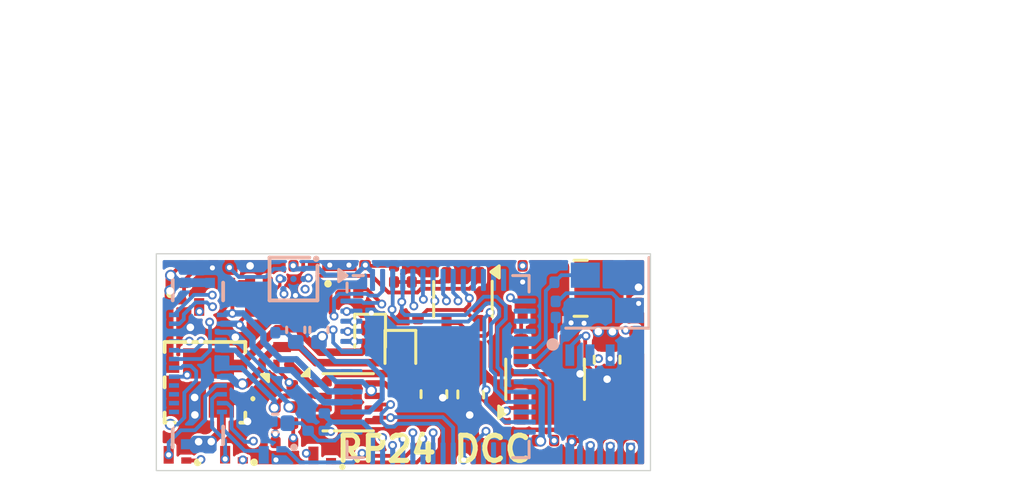
<source format=kicad_pcb>
(kicad_pcb (version 20240108) (generator "pcbnew") (generator_version "8.0")
  (layers (0 "F.Cu" signal) (1 "In1.Cu" power) (2 "In2.Cu" power) (31 "B.Cu" signal) (34 "B.Paste" user) (35 "F.Paste" user) (36 "B.SilkS" user "B.Silkscreen") (37 "F.SilkS" user "F.Silkscreen") (38 "B.Mask" user) (39 "F.Mask" user) (44 "Edge.Cuts" user))
  (net 0 "")
  (net 1 "GND")
  (net 2 "Net-(U3-XIN)")
  (net 3 "+3.3V")
  (net 4 "VDC")
  (net 5 "+1V1")
  (net 6 "/TRACK_RIGHT")
  (net 7 "/TRACK_LEFT")
  (net 8 "/AUX3")
  (net 9 "/AUX6 (VDC)")
  (net 10 "/AUX8 (VDC)")
  (net 11 "/AUX4")
  (net 12 "/MOTOR_A")
  (net 13 "/LAMP_FRONT")
  (net 14 "/AUX1 (VDC)")
  (net 15 "/LAMP_REAR")
  (net 16 "/AUX7 (VDC)")
  (net 17 "/MOTOR_B")
  (net 18 "/AUX5 (VDC)")
  (net 19 "/AUX2 (VDC)")
  (net 20 "/GPIO21")
  (net 21 "Net-(Q1-G)")
  (net 22 "/GPIO24")
  (net 23 "/GPIO25")
  (net 24 "/GPIO26")
  (net 25 "/GPIO27")
  (net 26 "Net-(U3-XOUT)")
  (net 27 "Net-(U3-GPIO12)")
  (net 28 "/ADC_EMF_A")
  (net 29 "/ADC_EMF_B")
  (net 31 "/GPIO22")
  (net 38 "/GPIO23")
  (net 43 "/SWITCH")
  (net 44 "/CAP_VDC")
  (net 45 "Net-(U1-DO(IO1))")
  (net 46 "Net-(U1-IO2)")
  (net 47 "Net-(U1-IO3)")
  (net 48 "/BOOT")
  (net 49 "/AUX10")
  (net 50 "/AUX11")
  (net 51 "/AUX12")
  (net 52 "Net-(C3-Pad1)")
  (net 53 "Net-(D2-A)")
  (net 54 "/SPEAKER_P")
  (net 55 "Net-(U3-ADC_AVDD)")
  (net 56 "/CAP+")
  (net 57 "/SPEAKER_N")
  (net 58 "/I2S_DIN")
  (net 59 "/I2S_BCLK")
  (net 60 "/I2S_LRCLK")
  (net 62 "Net-(U5-OUTN)")
  (net 63 "Net-(U5-OUTP)")
  (net 65 "/CAP_ENABLE")
  (net 66 "/COMP_P")
  (net 67 "/COMP_N")
  (net 68 "Net-(U1-CLK)")
  (net 69 "Net-(U1-DI(IO0))")
  (net 70 "Net-(U2-BST)")
  (footprint "Local Library:Diodes_DFN1006-3" (layer "F.Cu") (at 101.3 101.91)
    (property "Reference" "Q1" (hide yes))
    (property "Value" "TPM2008" (hide yes))
  )
  (footprint "Capacitor_SMD:C_0201_0603Metric" (layer "F.Cu") (at 107.91 100.25 180)
    (property "Reference" "C16" (hide yes))
    (property "Value" "100nF" (hide yes))
  )
  (footprint "Resistor_SMD:R_0201_0603Metric" (layer "F.Cu") (at 109.38 100.6 -90)
    (property "Reference" "R16" (hide yes))
    (property "Value" "20K" (hide yes))
  )
  (footprint "Local Library:Diodes_DFN1006-3" (layer "F.Cu") (at 100.79 107.775 180)
    (property "Reference" "Q3" (hide yes))
    (property "Value" "TPM2008" (hide yes))
  )
  (footprint "Resistor_SMD:R_0201_0603Metric" (layer "F.Cu") (at 105.67 102.34 90)
    (property "Reference" "R3" (hide yes))
    (property "Value" "100K" (hide yes))
  )
  (footprint "Resistor_SMD:R_0201_0603Metric" (layer "F.Cu") (at 106.51 100.25)
    (property "Reference" "R4" (hide yes))
    (property "Value" "33K" (hide yes))
  )
  (footprint "Resistor_SMD:R_0201_0603Metric" (layer "F.Cu") (at 101.34 100.26 180)
    (property "Reference" "R1" (hide yes))
    (property "Value" "6.8K" (hide yes))
  )
  (footprint "Inductor_SMD:L_0402_1005Metric" (layer "F.Cu") (at 104.25 101.98)
    (property "Reference" "FB2" (hide yes))
    (property "Value" "FB_N" (hide yes))
  )
  (footprint "Resistor_SMD:R_0201_0603Metric" (layer "F.Cu") (at 104.68 106.2 90)
    (property "Reference" "R11" (hide yes))
    (property "Value" "6.8K" (hide yes))
  )
  (footprint "Resistor_SMD:R_0201_0603Metric" (layer "F.Cu") (at 110.08 100.6 90)
    (property "Reference" "R17" (hide yes))
    (property "Value" "33K" (hide yes))
  )
  (footprint "LED_SMD:LED_0402_1005Metric" (layer "F.Cu") (at 118.77 106.41 90)
    (property "Reference" "D2" (hide yes))
    (property "Value" "Blue LED" (hide yes))
  )
  (footprint "Capacitor_SMD:C_0201_0603Metric" (layer "F.Cu") (at 119.08 101.45 90)
    (property "Reference" "C3" (hide yes))
    (property "Value" "10pF" (hide yes))
  )
  (footprint "Resistor_SMD:R_0201_0603Metric" (layer "F.Cu") (at 105.38 106.2 90)
    (property "Reference" "R13" (hide yes))
    (property "Value" "6.8K" (hide yes))
  )
  (footprint "Resistor_SMD:R_0201_0603Metric" (layer "F.Cu") (at 105.38 107.6 90)
    (property "Reference" "R14" (hide yes))
    (property "Value" "1K" (hide yes))
  )
  (footprint "Resistor_SMD:R_0201_0603Metric" (layer "F.Cu") (at 118.91 103.22 90)
    (property "Reference" "R9" (hide yes))
    (property "Value" "1K" (hide yes))
  )
  (footprint "Capacitor_SMD:C_0603_1608Metric" (layer "F.Cu") (at 110.96 105.37 -90)
    (property "Reference" "C18" (hide yes))
    (property "Value" "10uF" (hide yes))
  )
  (footprint "Capacitor_SMD:C_0201_0603Metric" (layer "F.Cu") (at 109.77 106.02 -90)
    (property "Reference" "C19" (hide yes))
    (property "Value" "100nF" (hide yes))
  )
  (footprint "Capacitor_SMD:C_0201_0603Metric" (layer "F.Cu") (at 104.37 100.6 90)
    (property "Reference" "C20" (hide yes))
    (property "Value" "220pF" (hide yes))
  )
  (footprint "Package_DFN_QFN:DFN-8-1EP_2x2mm_P0.5mm_EP0.9x1.6mm" (layer "F.Cu") (at 107.56 105.69)
    (property "Reference" "U4" (hide yes))
    (property "Value" "MD9927" (hide yes))
  )
  (footprint "Capacitor_SMD:C_0201_0603Metric" (layer "F.Cu") (at 116.43 107.53 -90)
    (property "Reference" "C2" (hide yes))
    (property "Value" "100nF" (hide yes))
  )
  (footprint "Resistor_SMD:R_0201_0603Metric" (layer "F.Cu") (at 104.68 107.6 90)
    (property "Reference" "R12" (hide yes))
    (property "Value" "1K" (hide yes))
  )
  (footprint "Diode_SMD:D_SOD-882" (layer "F.Cu") (at 108.43 103.01 -90)
    (property "Reference" "D4" (hide yes))
    (property "Value" "PSBD2FD40V1H" (hide yes))
  )
  (footprint "Capacitor_SMD:C_0603_1608Metric" (layer "F.Cu") (at 112.42 105.38 -90)
    (property "Reference" "C4" (hide yes))
    (property "Value" "10uF" (hide yes))
  )
  (footprint "Capacitor_SMD:C_0201_0603Metric" (layer "F.Cu") (at 105.39 100.6 -90)
    (property "Reference" "C21" (hide yes))
    (property "Value" "100nF" (hide yes))
  )
  (footprint "Local Library:Diodes_DFN1006-3" (layer "F.Cu") (at 104.94 103.85 90)
    (property "Reference" "Q7" (hide yes))
    (property "Value" "TPM2008" (hide yes))
  )
  (footprint "Capacitor_SMD:C_0201_0603Metric" (layer "F.Cu") (at 115.03 107.53 -90)
    (property "Reference" "C7" (hide yes))
    (property "Value" "100nF" (hide yes))
  )
  (footprint "Package_TO_SOT_SMD:SOT-353_SC-70-5" (layer "F.Cu") (at 112.11 101.6 -90)
    (property "Reference" "U6" (hide yes))
    (property "Value" "LMV331" (hide yes))
  )
  (footprint "Local Library:Diodes_DFN1006-3" (layer "F.Cu") (at 107.61 101.21)
    (property "Reference" "Q4" (hide yes))
    (property "Value" "TPM2008" (hide yes))
  )
  (footprint "Capacitor_SMD:C_0201_0603Metric" (layer "F.Cu") (at 115.73 107.53 -90)
    (property "Reference" "C13" (hide yes))
    (property "Value" "100nF" (hide yes))
  )
  (footprint "Local Library:Diodes_DFN1006-3" (layer "F.Cu") (at 103.03 107.77 180)
    (property "Reference" "Q6" (hide yes))
    (property "Value" "TPM2008" (hide yes))
  )
  (footprint "Local Library:NSR1030QMU" (layer "F.Cu") (at 101.88 104.9 90)
    (property "Reference" "D1" (hide yes))
    (property "Value" "NSR1030QMU" (hide yes))
  )
  (footprint "Package_TO_SOT_SMD:TSOT-23-6" (layer "F.Cu") (at 115.37 104.78 90)
    (property "Reference" "U2" (hide yes))
    (property "Value" "AP63203WU" (hide yes))
  )
  (footprint "Capacitor_SMD:C_0201_0603Metric" (layer "F.Cu") (at 114.48 100.6 -90)
    (property "Reference" "C17" (hide yes))
    (property "Value" "100nF" (hide yes))
  )
  (footprint "Capacitor_SMD:C_0201_0603Metric" (layer "F.Cu") (at 105.020114 105.011246 180)
    (property "Reference" "C15" (hide yes))
    (property "Value" "10pF" (hide yes))
  )
  (footprint "Resistor_SMD:R_0201_0603Metric" (layer "F.Cu") (at 101.37 100.96 180)
    (property "Reference" "R2" (hide yes))
    (property "Value" "6.8K" (hide yes))
  )
  (footprint "Inductor_SMD:L_1008_2520Metric" (layer "F.Cu") (at 116.78 101.17)
    (property "Reference" "L1" (hide yes))
    (property "Value" "4.7uH" (hide yes))
  )
  (footprint "Capacitor_SMD:C_0201_0603Metric" (layer "F.Cu") (at 103.67 100.6 90)
    (property "Reference" "C22" (hide yes))
    (property "Value" "220pF" (hide yes))
  )
  (footprint "Capacitor_SMD:C_0201_0603Metric" (layer "F.Cu") (at 114.48 102 90)
    (property "Reference" "C6" (hide yes))
    (property "Value" "100nF" (hide yes))
  )
  (footprint "Resistor_SMD:R_0201_0603Metric" (layer "F.Cu") (at 117.43 106.19 -90)
    (property "Reference" "R15" (hide yes))
    (property "Value" "1K" (hide yes))
  )
  (footprint "Inductor_SMD:L_0402_1005Metric" (layer "F.Cu") (at 102.85 100.83 90)
    (property "Reference" "FB1" (hide yes))
    (property "Value" "FB_P" (hide yes))
  )
  (footprint "Diode_SMD:D_SOD-882" (layer "F.Cu") (at 109.63 103.65 -90)
    (property "Reference" "D3" (hide yes))
    (property "Value" "PSBD2FD40V1H" (hide yes))
  )
  (footprint "Local Library:Diodes_DFN1006-3" (layer "F.Cu") (at 106.53 107.8 180)
    (property "Reference" "Q2" (hide yes))
    (property "Value" "TPM2008" (hide yes))
  )
  (footprint "Capacitor_SMD:C_0603_1608Metric" (layer "F.Cu") (at 117.83 104 -90)
    (property "Reference" "C9" (hide yes))
    (property "Value" "22uF" (hide yes))
  )
  (footprint "Capacitor_SMD:C_0201_0603Metric" (layer "F.Cu") (at 110.009189 102.398771)
    (property "Reference" "C5" (hide yes))
    (property "Value" "100nF" (hide yes))
  )
  (footprint "Resistor_SMD:R_0201_0603Metric" (layer "B.Cu") (at 106.29 106.82 180)
    (property "Reference" "R10" (hide yes))
    (property "Value" "200R" (hide yes))
  )
  (footprint "Capacitor_SMD:C_0402_1005Metric" (layer "B.Cu") (at 104.67 106.52 180)
    (property "Reference" "C14" (hide yes))
    (property "Value" "10uF" (hide yes))
  )
  (footprint "Capacitor_SMD:C_0201_0603Metric" (layer "B.Cu") (at 106.296526 106.128507 180)
    (property "Reference" "C11" (hide yes))
    (property "Value" "100nF" (hide yes))
  )
  (footprint "Capacitor_SMD:C_0201_0603Metric" (layer "B.Cu") (at 115.74 100.61 90)
    (property "Reference" "C1" (hide yes))
    (property "Value" "10pF" (hide yes))
  )
  (footprint "Package_BGA:Maxim_WLP-9_1.595x1.415_Layout3x3_P0.4mm_Ball0.27mm_Pad0.25mm_NSMD" (layer "B.Cu") (at 105.39 100.8 180)
    (property "Reference" "U5" (hide yes))
    (property "Value" "MAX98357A" (hide yes))
  )
  (footprint "Package_DFN_QFN:QFN-56-1EP_7x7mm_P0.4mm_EP3.2x3.2mm" (layer "B.Cu") (at 111.125 104.275 -90)
    (property "Reference" "U3" (hide yes))
    (property "Value" "RP2040" (hide yes))
  )
  (footprint "Capacitor_SMD:C_0402_1005Metric" (layer "B.Cu") (at 106.4 102.82 90)
    (property "Reference" "C8" (hide yes))
    (property "Value" "10uF" (hide yes))
  )
  (footprint "Crystal:Crystal_SMD_2520-4Pin_2.5x2.0mm" (layer "B.Cu") (at 117.84 101.35 180)
    (property "Reference" "Y1" (hide yes))
    (property "Value" "X252012MMB4SI" (hide yes))
  )
  (footprint "Local Library:Diodes_DFN1006-3" (layer "B.Cu") (at 104.56 107.78 180)
    (property "Reference" "Q5" (hide yes))
    (property "Value" "TPM2008" (hide yes))
  )
  (footprint "Local Library:5050662422" (layer "B.Cu") (at 101.6 104.15 -90)
    (property "Reference" "J4" (hide yes))
    (property "Value" "5052702412" (hide yes))
  )
  (footprint "Local Library:W25Q64JVXGIQ" (layer "B.Cu") (at 117.55 105.77 -90)
    (property "Reference" "U1" (hide yes))
    (property "Value" "W25Q64JVXGIQ" (hide yes))
  )
  (footprint "Resistor_SMD:R_0201_0603Metric" (layer "B.Cu") (at 115.79 102.01 90)
    (property "Reference" "R6" (hide yes))
    (property "Value" "1K" (hide yes))
  )
  (footprint "Capacitor_SMD:C_0201_0603Metric" (layer "B.Cu") (at 104.67 102.61 90)
    (property "Reference" "C12" (hide yes))
    (property "Value" "100nF" (hide yes))
  )
  (footprint "Capacitor_SMD:C_0402_1005Metric" (layer "B.Cu") (at 105.48 102.82 90)
    (property "Reference" "C10" (hide yes))
    (property "Value" "10uF" (hide yes))
  )
  (gr_rect (start 99.95 99.8) (end 119.55 108.4) (stroke (width 0.05)) (fill none) (layer "Edge.Cuts"))
  (gr_text "RP24 DCC" (at 106.99 108.13 0) (layer "F.SilkS") (effects (font (size 1 1) (thickness 0.2) (bold yes)) (justify left bottom)))
  (segment (start 102.175 100.475) (end 101.69 100.96) (width 0.15) (layer "F.Cu") (net 1))
  (segment (start 110.235 100.125) (end 111.875 100.125) (width 0.15) (layer "F.Cu") (net 1))
  (segment (start 114.48 100.92) (end 114.45 100.95) (width 0.15) (layer "F.Cu") (net 1))
  (segment (start 102.175 100.36) (end 102.175 100.475) (width 0.15) (layer "F.Cu") (net 1))
  (segment (start 101.29958 102.720247) (end 101.29958 102.48458) (width 0.15) (layer "F.Cu") (net 1))
  (segment (start 110.08 100.28) (end 110.235 100.125) (width 0.15) (layer "F.Cu") (net 1))
  (segment (start 111.875 100.125) (end 112.11 100.36) (width 0.15) (layer "F.Cu") (net 1))
  (segment (start 112.11 100.36) (end 112.11 100.65) (width 0.15) (layer "F.Cu") (net 1))
  (segment (start 101.29958 102.48458) (end 100.95 102.135) (width 0.15) (layer "F.Cu") (net 1))
  (via (at 119.075 101.13) (size 0.45) (drill 0.3) (layers "F.Cu" "B.Cu") (net 1))
  (via (at 103.67 100.28) (size 0.45) (drill 0.3) (layers "F.Cu" "B.Cu") (net 1))
  (via (at 102.175 100.36) (size 0.35) (drill 0.2) (layers "F.Cu" "B.Cu") (net 1))
  (via (at 107.59 100.249997) (size 0.35) (drill 0.2) (layers "F.Cu" "B.Cu") (net 1))
  (via (at 114.48 100.92) (size 0.35) (drill 0.2) (layers "F.Cu" "B.Cu") (net 1))
  (via (at 101.47 105.5) (size 0.45) (drill 0.3) (layers "F.Cu" "B.Cu") (net 1))
  (via (at 111.31 105.51) (size 0.45) (drill 0.3) (layers "F.Cu" "B.Cu") (net 1))
  (via (at 108.478136 102.149687) (size 0.35) (drill 0.2) (layers "F.Cu" "B.Cu") (net 1))
  (via (at 112.379908 106.195092) (size 0.45) (drill 0.3) (layers "F.Cu" "B.Cu") (net 1))
  (via (at 101.48 106.19119) (size 0.45) (drill 0.3) (layers "F.Cu" "B.Cu") (net 1))
  (via (at 116.915 102.555) (size 0.35) (drill 0.2) (layers "F.Cu" "B.Cu") (net 1))
  (via (at 117.83 104.775) (size 0.45) (drill 0.3) (layers "F.Cu" "B.Cu") (net 1))
  (via (at 116.4 102.54) (size 0.35) (drill 0.2) (layers "F.Cu" "B.Cu") (net 1))
  (via (at 104.695002 107.975) (size 0.35) (drill 0.2) (layers "F.Cu" "B.Cu") (net 1))
  (via (at 101.29958 102.720247) (size 0.45) (drill 0.3) (layers "F.Cu" "B.Cu") (net 1))
  (via (at 116.76 104.563185) (size 0.45) (drill 0.3) (layers "F.Cu" "B.Cu") (net 1))
  (via (at 103.567298 106.45) (size 0.45) (drill 0.3) (layers "F.Cu" "B.Cu") (net 1))
  (via (at 103.083412 103.111131) (size 0.45) (drill 0.3) (layers "F.Cu" "B.Cu") (net 1))
  (via (at 105.469108 101.455201) (size 0.35) (drill 0.2) (layers "F.Cu" "B.Cu") (net 1))
  (via (at 106.83 100.25) (size 0.35) (drill 0.2) (layers "F.Cu" "B.Cu") (net 1))
  (segment (start 105.39 101.376093) (end 105.39 101.2) (width 0.15) (layer "B.Cu") (net 1))
  (segment (start 102.972281 103) (end 102.935 103) (width 0.15) (layer "B.Cu") (net 1))
  (segment (start 103.083412 103.111131) (end 102.972281 103) (width 0.15) (layer "B.Cu") (net 1))
  (segment (start 102.935 103) (end 102.86 102.925) (width 0.15) (layer "B.Cu") (net 1))
  (segment (start 101.084826 102.935001) (end 100.660001 102.935001) (width 0.15) (layer "B.Cu") (net 1))
  (segment (start 105.469108 101.455201) (end 105.39 101.376093) (width 0.15) (layer "B.Cu") (net 1))
  (segment (start 102.86 102.925) (end 102.55 102.925) (width 0.15) (layer "B.Cu") (net 1))
  (segment (start 117.706118 102.03) (end 117.658046 102.03) (width 0.15) (layer "B.Cu") (net 1))
  (segment (start 101.29958 102.720247) (end 101.084826 102.935001) (width 0.15) (layer "B.Cu") (net 1))
  (segment (start 115.4 103.28) (end 115.4 101.27) (width 0.15) (layer "B.Cu") (net 2))
  (segment (start 115.4 101.27) (end 115.74 100.93) (width 0.15) (layer "B.Cu") (net 2))
  (segment (start 114.5625 103.675) (end 115.005 103.675) (width 0.15) (layer "B.Cu") (net 2))
  (segment (start 115.005 103.675) (end 115.4 103.28) (width 0.15) (layer "B.Cu") (net 2))
  (segment (start 115.74 100.93) (end 116.02 100.65) (width 0.15) (layer "B.Cu") (net 2))
  (segment (start 116.02 100.65) (end 116.965 100.65) (width 0.15) (layer "B.Cu") (net 2))
  (segment (start 108.473931 105.038569) (end 108.5725 104.94) (width 0.2) (layer "F.Cu") (net 3))
  (segment (start 112.17 102.03) (end 112.69 102.55) (width 0.15) (layer "F.Cu") (net 3))
  (segment (start 113.9575 105.9175) (end 114.42 105.9175) (width 0.15) (layer "F.Cu") (net 3))
  (segment (start 108.5725 104.94) (end 109.01 104.94) (width 0.2) (layer "F.Cu") (net 3))
  (segment (start 110.69796 102.03) (end 112.17 102.03) (width 0.15) (layer "F.Cu") (net 3))
  (segment (start 112.3647 101.561949) (end 112.3647 101.8353) (width 0.15) (layer "F.Cu") (net 3))
  (segment (start 108.26 100.28) (end 109.38 100.28) (width 0.15) (layer "F.Cu") (net 3))
  (segment (start 108.473931 105.225733) (end 108.5725 105.324302) (width 0.2) (layer "F.Cu") (net 3))
  (segment (start 108.5725 105.324302) (end 108.5725 105.44) (width 0.2) (layer "F.Cu") (net 3))
  (segment (start 116.43 107.21) (end 116.73 107.21) (width 0.2) (layer "F.Cu") (net 3))
  (segment (start 112.3647 101.8353) (end 112.17 102.03) (width 0.15) (layer "F.Cu") (net 3))
  (segment (start 112.69 102.55) (end 112.76 102.55) (width 0.15) (layer "F.Cu") (net 3))
  (segment (start 116.73 107.21) (end 117.43 106.51) (width 0.2) (layer "F.Cu") (net 3))
  (segment (start 110.329189 102.398771) (end 110.69796 102.03) (width 0.15) (layer "F.Cu") (net 3))
  (segment (start 113.84 106.035) (end 113.9575 105.9175) (width 0.15) (layer "F.Cu") (net 3))
  (segment (start 108.473931 105.225733) (end 108.473931 105.038569) (width 0.2) (layer "F.Cu") (net 3))
  (segment (start 109.01 104.94) (end 109.77 105.7) (width 0.2) (layer "F.Cu") (net 3))
  (via (at 115.73 107.21) (size 0.35) (drill 0.2) (layers "F.Cu" "B.Cu") (net 3))
  (via (at 105.380003 100.273512) (size 0.35) (drill 0.2) (layers "F.Cu" "B.Cu") (net 3))
  (via (at 112.14 107.975) (size 0.35) (drill 0.2) (layers "F.Cu" "B.Cu") (net 3))
  (via (at 112.3647 101.561949) (size 0.35) (drill 0.2) (layers "F.Cu" "B.Cu") (net 3))
  (via (at 108.24 100.249997) (size 0.35) (drill 0.2) (layers "F.Cu" "B.Cu") (net 3))
  (via (at 114.48 100.28) (size 0.35) (drill 0.2) (layers "F.Cu" "B.Cu") (net 3))
  (via (at 116.43 107.255002) (size 0.35) (drill 0.2) (layers "F.Cu" "B.Cu") (net 3))
  (via (at 117.48 102.885002) (size 0.45) (drill 0.3) (layers "F.Cu" "B.Cu") (net 3))
  (via (at 113.84 106.035) (size 0.35) (drill 0.2) (layers "F.Cu" "B.Cu") (net 3))
  (via (at 106.87 106.85) (size 0.35) (drill 0.2) (layers "F.Cu" "B.Cu") (net 3))
  (via (at 108.473931 105.225733) (size 0.45) (drill 0.3) (layers "F.Cu" "B.Cu") (net 3))
  (via (at 118.04 102.889994) (size 0.45) (drill 0.3) (layers "F.Cu" "B.Cu") (net 3))
  (via (at 100.51 106.57) (size 0.45) (drill 0.3) (layers "F.Cu" "B.Cu") (net 3))
  (segment (start 106.75 106.613019) (end 106.75 106.68) (width 0.2) (layer "B.Cu") (net 3))
  (segment (start 108.24 100.249997) (end 108.24 100.26) (width 0.2) (layer "B.Cu") (net 3))
  (segment (start 108.123198 104.875) (end 107.6875 104.875) (width 0.2) (layer "B.Cu") (net 3))
  (segment (start 112.3647 101.561949) (end 112.3647 101.517344) (width 0.15) (layer "B.Cu") (net 3))
  (segment (start 101.06 106.300804) (end 101.06 105.31) (width 0.15) (layer "B.Cu") (net 3))
  (segment (start 107.855 100.645) (end 106.645 100.645) (width 0.2) (layer "B.Cu") (net 3))
  (segment (start 106.66942 104.475) (end 107.6875 104.475) (width 0.2) (layer "B.Cu") (net 3))
  (segment (start 101.53 104.84) (end 101.53 104.460883) (width 0.15) (layer "B.Cu") (net 3))
  (segment (start 101.020883 104.25) (end 100.945883 104.325) (width 0.15) (layer "B.Cu") (net 3))
  (segment (start 105.11 102.93) (end 104.67 102.93) (width 0.2) (layer "B.Cu") (net 3))
  (segment (start 107.075 104.875) (end 106.675 104.475) (width 0.2) (layer "B.Cu") (net 3))
  (segment (start 107.6875 106.475) (end 107.2 106.475) (width 0.2) (layer "B.Cu") (net 3))
  (segment (start 112.125 101.277644) (end 112.125 100.8375) (width 0.15) (layer "B.Cu") (net 3))
  (segment (start 100.790804 106.57) (end 101.06 106.300804) (width 0.15) (layer "B.Cu") (net 3))
  (segment (start 106.66942 104.475) (end 106.655 104.475) (width 0.2) (layer "B.Cu") (net 3))
  (segment (start 108.24 100.26) (end 108.525 100.545) (width 0.2) (layer "B.Cu") (net 3))
  (segment (start 106.645 100.645) (end 106.377546 100.377546) (width 0.2) (layer "B.Cu") (net 3))
  (segment (start 106.377546 100.377546) (end 105.812454 100.377546) (width 0.2) (layer "B.Cu") (net 3))
  (segment (start 115.545 107.025) (end 115.545 104.977158) (width 0.15) (layer "B.Cu") (net 3))
  (segment (start 106.75 106.68) (end 106.61 106.82) (width 0.2) (layer "B.Cu") (net 3))
  (segment (start 106.888019 106.475) (end 106.616526 106.203507) (width 0.2) (layer "B.Cu") (net 3))
  (segment (start 107.6875 104.875) (end 107.075 104.875) (width 0.2) (layer "B.Cu") (net 3))
  (segment (start 108.473931 105.225733) (end 108.123198 104.875) (width 0.2) (layer "B.Cu") (net 3))
  (segment (start 107.2 106.475) (end 106.888019 106.475) (width 0.2) (layer "B.Cu") (net 3))
  (segment (start 105.812454 100.377546) (end 105.79 100.4) (width 0.2) (layer "B.Cu") (net 3))
  (segment (start 108.525 107.26) (end 108.525 107.7125) (width 0.2) (layer "B.Cu") (net 3))
  (segment (start 108.125 106.475) (end 108.525 106.875) (width 0.2) (layer "B.Cu") (net 3))
  (segment (start 106.888019 106.475) (end 106.75 106.613019) (width 0.2) (layer "B.Cu") (net 3))
  (segment (start 106.655 104.475) (end 105.11 102.93) (width 0.2) (layer "B.Cu") (net 3))
  (segment (start 100.945883 104.325) (end 100.65 104.325) (width 0.15) (layer "B.Cu") (net 3))
  (segment (start 115.042842 104.475) (end 114.5625 104.475) (width 0.15) (layer "B.Cu") (net 3))
  (segment (start 112.3647 101.517344) (end 112.125 101.277644) (width 0.15) (layer "B.Cu") (net 3))
  (segment (start 100.51 106.57) (end 100.790804 106.57) (width 0.15) (layer "B.Cu") (net 3))
  (segment (start 108.24 100.26) (end 107.855 100.645) (width 0.2) (layer "B.Cu") (net 3))
  (segment (start 105.79 100.4) (end 105.39 100.4) (width 0.2) (layer "B.Cu") (net 3))
  (segment (start 101.319117 104.25) (end 101.020883 104.25) (width 0.15) (layer "B.Cu") (net 3))
  (segment (start 115.73 107.21) (end 115.545 107.025) (width 0.15) (layer "B.Cu") (net 3))
  (segment (start 106.675 104.475) (end 106.66942 104.475) (width 0.2) (layer "B.Cu") (net 3))
  (segment (start 108.525 106.875) (end 108.525 107.26) (width 0.2) (layer "B.Cu") (net 3))
  (segment (start 101.53 104.460883) (end 101.319117 104.25) (width 0.15) (layer "B.Cu") (net 3))
  (segment (start 107.6875 106.475) (end 108.125 106.475) (width 0.2) (layer "B.Cu") (net 3))
  (segment (start 115.545 104.977158) (end 115.042842 104.475) (width 0.15) (layer "B.Cu") (net 3))
  (segment (start 101.06 105.31) (end 101.53 104.84) (width 0.15) (layer "B.Cu") (net 3))
  (segment (start 105.669199 102.66) (end 105.67 102.66) (width 0.3) (layer "F.Cu") (net 4))
  (segment (start 108.085 103.705) (end 108.43 103.36) (width 0.3) (layer "F.Cu") (net 4))
  (segment (start 103.32 104.25) (end 103.32 104.17) (width 0.3) (layer "F.Cu") (net 4))
  (segment (start 106.445 103.705) (end 108.085 103.705) (width 0.3) (layer "F.Cu") (net 4))
  (segment (start 105.555224 102.773975) (end 105.669199 102.66) (width 0.3) (layer "F.Cu") (net 4))
  (segment (start 104.716025 102.773975) (end 105.555224 102.773975) (width 0.3) (layer "F.Cu") (net 4))
  (segment (start 103.32 104.17) (end 104.716025 102.773975) (width 0.3) (layer "F.Cu") (net 4))
  (segment (start 105.67 102.66) (end 105.67 102.93) (width 0.3) (layer "F.Cu") (net 4))
  (segment (start 105.67 102.93) (end 106.445 103.705) (width 0.3) (layer "F.Cu") (net 4))
  (via (at 101.17 104.61) (size 0.35) (drill 0.2) (layers "F.Cu" "B.Cu") (net 4))
  (segment (start 101.105 104.675) (end 100.65 104.675) (width 0.15) (layer "B.Cu") (net 4))
  (segment (start 101.17 104.61) (end 101.105 104.675) (width 0.15) (layer "B.Cu") (net 4))
  (via (at 115.188678 107.227818) (size 0.45) (drill 0.3) (layers "F.Cu" "B.Cu") (net 5))
  (via (at 106.53242 103.088192) (size 0.45) (drill 0.3) (layers "F.Cu" "B.Cu") (net 5))
  (segment (start 107.047627 104.075) (end 107.6875 104.075) (width 0.2) (layer "B.Cu") (net 5))
  (segment (start 106.53242 103.559793) (end 107.047627 104.075) (width 0.2) (layer "B.Cu") (net 5))
  (segment (start 115.188678 107.227818) (end 115.188678 107.090758) (width 0.25) (layer "B.Cu") (net 5))
  (segment (start 107.6875 104.075) (end 108.315 104.075) (width 0.2) (layer "B.Cu") (net 5))
  (segment (start 108.315 104.075) (end 108.91 104.67) (width 0.2) (layer "B.Cu") (net 5))
  (segment (start 115.235 105.105564) (end 115.004436 104.875) (width 0.25) (layer "B.Cu") (net 5))
  (segment (start 115.004436 104.875) (end 114.5625 104.875) (width 0.25) (layer "B.Cu") (net 5))
  (segment (start 108.91 105.565525) (end 108.400525 106.075) (width 0.2) (layer "B.Cu") (net 5))
  (segment (start 115.235 107.044436) (end 115.235 105.105564) (width 0.25) (layer "B.Cu") (net 5))
  (segment (start 115.188678 107.090758) (end 115.235 107.044436) (width 0.25) (layer "B.Cu") (net 5))
  (segment (start 108.400525 106.075) (end 107.6875 106.075) (width 0.2) (layer "B.Cu") (net 5))
  (segment (start 114.5625 104.875) (end 114.95 104.875) (width 0.15) (layer "B.Cu") (net 5))
  (segment (start 106.53242 103.088192) (end 106.53242 103.559793) (width 0.2) (layer "B.Cu") (net 5))
  (segment (start 108.91 104.67) (end 108.91 105.565525) (width 0.2) (layer "B.Cu") (net 5))
  (segment (start 102.53 106.85) (end 102.53 105.6) (width 0.35) (layer "F.Cu") (net 6))
  (segment (start 101.631517 107.25) (end 101.627865 107.253652) (width 0.35) (layer "F.Cu") (net 6))
  (segment (start 102.13 107.25) (end 102.53 106.85) (width 0.35) (layer "F.Cu") (net 6))
  (segment (start 102.13 107.25) (end 101.631517 107.25) (width 0.35) (layer "F.Cu") (net 6))
  (via (at 101.627865 107.253652) (size 0.45) (drill 0.3) (layers "F.Cu" "B.Cu") (net 6))
  (via (at 102.13 107.25) (size 0.45) (drill 0.3) (layers "F.Cu" "B.Cu") (net 6))
  (segment (start 101.526517 107.355) (end 101.118 107.355) (width 0.35) (layer "B.Cu") (net 6))
  (segment (start 101.627865 107.253652) (end 101.526517 107.355) (width 0.35) (layer "B.Cu") (net 6))
  (segment (start 100.490838 101.272157) (end 100.490838 100.689162) (width 0.35) (layer "F.Cu") (net 7))
  (segment (start 100.490838 101.272157) (end 100.455788 101.307207) (width 0.35) (layer "F.Cu") (net 7))
  (segment (start 100.92 100.26) (end 100.52 100.66) (width 0.15) (layer "F.Cu") (net 7))
  (segment (start 100.490838 100.689162) (end 100.52 100.66) (width 0.35) (layer "F.Cu") (net 7))
  (segment (start 100.455788 101.307207) (end 100.455788 104.160788) (width 0.35) (layer "F.Cu") (net 7))
  (via (at 100.490838 101.272157) (size 0.45) (drill 0.3) (layers "F.Cu" "B.Cu") (net 7))
  (via (at 100.52 100.66) (size 0.45) (drill 0.3) (layers "F.Cu" "B.Cu") (net 7))
  (segment (start 100.805 100.945) (end 100.52 100.66) (width 0.35) (layer "B.Cu") (net 7))
  (segment (start 100.817995 100.945) (end 101.118 100.945) (width 0.35) (layer "B.Cu") (net 7))
  (segment (start 100.490838 101.272157) (end 100.817995 100.945) (width 0.35) (layer "B.Cu") (net 7))
  (segment (start 101.118 100.945) (end 102.072 100.945) (width 0.35) (layer "B.Cu") (net 7))
  (segment (start 101.118 100.945) (end 100.805 100.945) (width 0.35) (layer "B.Cu") (net 7))
  (via (at 101.26 103.264998) (size 0.35) (drill 0.2) (layers "F.Cu" "B.Cu") (net 8))
  (via (at 110.163785 101.87) (size 0.35) (drill 0.2) (layers "F.Cu" "B.Cu") (net 8))
  (segment (start 101.249998 103.275) (end 100.65 103.275) (width 0.15) (layer "B.Cu") (net 8))
  (segment (start 110.125 101.831215) (end 110.125 100.8375) (width 0.15) (layer "B.Cu") (net 8))
  (segment (start 101.26 103.264998) (end 101.249998 103.275) (width 0.15) (layer "B.Cu") (net 8))
  (segment (start 110.163785 101.87) (end 110.125 101.831215) (width 0.15) (layer "B.Cu") (net 8))
  (via (at 101.720002 103.26423) (size 0.35) (drill 0.2) (layers "F.Cu" "B.Cu") (net 11))
  (via (at 110.541778 101.607848) (size 0.35) (drill 0.2) (layers "F.Cu" "B.Cu") (net 11))
  (segment (start 110.525 101.59107) (end 110.525 100.8375) (width 0.15) (layer "B.Cu") (net 11))
  (segment (start 110.541778 101.607848) (end 110.525 101.59107) (width 0.15) (layer "B.Cu") (net 11))
  (segment (start 101.720002 103.389998) (end 101.46 103.65) (width 0.15) (layer "B.Cu") (net 11))
  (segment (start 100.675 103.65) (end 100.65 103.625) (width 0.15) (layer "B.Cu") (net 11))
  (segment (start 101.720002 103.26423) (end 101.720002 103.389998) (width 0.15) (layer "B.Cu") (net 11))
  (segment (start 101.46 103.65) (end 100.675 103.65) (width 0.15) (layer "B.Cu") (net 11))
  (segment (start 104.63 105.844817) (end 105.034817 105.44) (width 0.2) (layer "F.Cu") (net 12))
  (segment (start 105.034817 105.44) (end 106.5475 105.44) (width 0.2) (layer "F.Cu") (net 12))
  (segment (start 104.63 105.91) (end 104.63 105.844817) (width 0.2) (layer "F.Cu") (net 12))
  (via (at 104.63 105.91) (size 0.45) (drill 0.3) (layers "F.Cu" "B.Cu") (net 12))
  (segment (start 104.63 105.614813) (end 103.340187 104.325) (width 0.2) (layer "B.Cu") (net 12))
  (segment (start 103.340187 104.325) (end 102.55 104.325) (width 0.2) (layer "B.Cu") (net 12))
  (segment (start 104.63 105.91) (end 104.63 105.614813) (width 0.2) (layer "B.Cu") (net 12))
  (via (at 100.44 107.775) (size 0.35) (drill 0.2) (layers "F.Cu" "B.Cu") (net 13))
  (segment (start 101.89 106.392208) (end 101.89 105.462304) (width 0.15) (layer "B.Cu") (net 13))
  (segment (start 100.44 107.2885) (end 100.9285 106.8) (width 0.15) (layer "B.Cu") (net 13))
  (segment (start 101.89 105.462304) (end 102.327304 105.025) (width 0.15) (layer "B.Cu") (net 13))
  (segment (start 101.482208 106.8) (end 101.89 106.392208) (width 0.15) (layer "B.Cu") (net 13))
  (segment (start 100.44 107.775) (end 100.44 107.2885) (width 0.15) (layer "B.Cu") (net 13))
  (segment (start 100.9285 106.8) (end 101.482208 106.8) (width 0.15) (layer "B.Cu") (net 13))
  (segment (start 102.327304 105.025) (end 102.55 105.025) (width 0.15) (layer "B.Cu") (net 13))
  (segment (start 105.9 107.715) (end 105.985 107.8) (width 0.15) (layer "F.Cu") (net 14))
  (segment (start 105.985 107.8) (end 106.18 107.8) (width 0.15) (layer "F.Cu") (net 14))
  (via (at 103.8 107.23) (size 0.35) (drill 0.2) (layers "F.Cu" "B.Cu") (net 14))
  (via (at 105.9 107.715) (size 0.35) (drill 0.2) (layers "F.Cu" "B.Cu") (net 14))
  (segment (start 102.935 106.729608) (end 102.935 105.905) (width 0.15) (layer "B.Cu") (net 14))
  (segment (start 102.755 105.725) (end 102.55 105.725) (width 0.15) (layer "B.Cu") (net 14))
  (segment (start 103.77 107.26) (end 103.465392 107.26) (width 0.15) (layer "B.Cu") (net 14))
  (segment (start 103.465392 107.26) (end 102.935 106.729608) (width 0.15) (layer "B.Cu") (net 14))
  (segment (start 103.8 107.23) (end 103.77 107.26) (width 0.15) (layer "B.Cu") (net 14))
  (segment (start 102.935 105.905) (end 102.755 105.725) (width 0.15) (layer "B.Cu") (net 14))
  (via (at 102.68 107.94) (size 0.35) (drill 0.2) (layers "F.Cu" "B.Cu") (net 15))
  (segment (start 102.345 105.375) (end 102.55 105.375) (width 0.15) (layer "B.Cu") (net 15))
  (segment (start 102.16 106.69) (end 102.16 105.56) (width 0.15) (layer "B.Cu") (net 15))
  (segment (start 102.16 105.56) (end 102.345 105.375) (width 0.15) (layer "B.Cu") (net 15))
  (segment (start 102.68 107.94) (end 102.68 107.21) (width 0.15) (layer "B.Cu") (net 15))
  (segment (start 102.68 107.21) (end 102.16 106.69) (width 0.15) (layer "B.Cu") (net 15))
  (segment (start 105.215 105.875) (end 106.4825 105.875) (width 0.2) (layer "F.Cu") (net 17))
  (segment (start 106.4825 105.875) (end 106.5475 105.94) (width 0.2) (layer "F.Cu") (net 17))
  (via (at 105.215 105.875) (size 0.45) (drill 0.3) (layers "F.Cu" "B.Cu") (net 17))
  (segment (start 102.55 103.625) (end 102.55 103.275) (width 0.2) (layer "B.Cu") (net 17))
  (segment (start 105.215 105.875) (end 105.215 105.761407) (width 0.2) (layer "B.Cu") (net 17))
  (segment (start 103.078593 103.625) (end 102.55 103.625) (width 0.2) (layer "B.Cu") (net 17))
  (segment (start 105.215 105.761407) (end 103.078593 103.625) (width 0.2) (layer "B.Cu") (net 17))
  (segment (start 104.045 107.615) (end 103.452696 107.615) (width 0.15) (layer "B.Cu") (net 19))
  (segment (start 103.452696 107.615) (end 102.55 106.712304) (width 0.15) (layer "B.Cu") (net 19))
  (segment (start 104.21 107.78) (end 104.045 107.615) (width 0.15) (layer "B.Cu") (net 19))
  (segment (start 102.55 106.712304) (end 102.55 106.075) (width 0.15) (layer "B.Cu") (net 19))
  (via (at 101.660907 102.090907) (size 0.35) (drill 0.2) (layers "F.Cu" "B.Cu") (net 20))
  (via (at 113.026274 106.84) (size 0.35) (drill 0.2) (layers "F.Cu" "B.Cu") (net 20))
  (segment (start 113.026274 106.84) (end 112.525 107.341274) (width 0.15) (layer "B.Cu") (net 20))
  (segment (start 112.525 107.341274) (end 112.525 107.7125) (width 0.15) (layer "B.Cu") (net 20))
  (segment (start 100.95 101.685) (end 101.05 101.585) (width 0.15) (layer "F.Cu") (net 21))
  (segment (start 101.05 100.87) (end 101.66 100.26) (width 0.15) (layer "F.Cu") (net 21))
  (segment (start 101.05 101.585) (end 101.05 100.96) (width 0.15) (layer "F.Cu") (net 21))
  (segment (start 110.93 106.9) (end 110.93 107.43) (width 0.15) (layer "F.Cu") (net 22))
  (segment (start 106.93 108.075) (end 106.88 108.025) (width 0.15) (layer "F.Cu") (net 22))
  (segment (start 110.93 107.43) (end 110.285 108.075) (width 0.15) (layer "F.Cu") (net 22))
  (segment (start 110.285 108.075) (end 106.93 108.075) (width 0.15) (layer "F.Cu") (net 22))
  (via (at 110.93 106.9) (size 0.35) (drill 0.2) (layers "F.Cu" "B.Cu") (net 22))
  (segment (start 110.93 106.9) (end 110.93 107.7075) (width 0.15) (layer "B.Cu") (net 22))
  (segment (start 109.855 107.815) (end 110.52 107.15) (width 0.15) (layer "F.Cu") (net 23))
  (segment (start 108.11 107.715) (end 108.21 107.815) (width 0.15) (layer "F.Cu") (net 23))
  (segment (start 108.21 107.815) (end 109.855 107.815) (width 0.15) (layer "F.Cu") (net 23))
  (via (at 110.52 107.15) (size 0.35) (drill 0.2) (layers "F.Cu" "B.Cu") (net 23))
  (via (at 108.11 107.715) (size 0.35) (drill 0.2) (layers "F.Cu" "B.Cu") (net 23))
  (segment (start 108.11 107.715) (end 107.75 108.075) (width 0.15) (layer "B.Cu") (net 23))
  (segment (start 107.75 108.075) (end 105.645 108.075) (width 0.15) (layer "B.Cu") (net 23))
  (segment (start 105.125 107.555) (end 104.91 107.555) (width 0.15) (layer "B.Cu") (net 23))
  (segment (start 110.52 107.15) (end 110.525 107.155) (width 0.15) (layer "B.Cu") (net 23))
  (segment (start 110.525 107.155) (end 110.525 107.7125) (width 0.15) (layer "B.Cu") (net 23))
  (segment (start 105.645 108.075) (end 105.125 107.555) (width 0.15) (layer "B.Cu") (net 23))
  (segment (start 101.68 108) (end 101.14 108) (width 0.15) (layer "F.Cu") (net 24))
  (segment (start 101.72 107.96) (end 101.68 108) (width 0.15) (layer "F.Cu") (net 24))
  (via (at 101.72 107.96) (size 0.35) (drill 0.2) (layers "F.Cu" "B.Cu") (net 24))
  (via (at 110.125 106.9) (size 0.35) (drill 0.2) (layers "F.Cu" "B.Cu") (net 24))
  (segment (start 110.125 106.9) (end 110.125 107.7125) (width 0.15) (layer "B.Cu") (net 24))
  (via (at 103.38 107.975) (size 0.35) (drill 0.2) (layers "F.Cu" "B.Cu") (net 25))
  (via (at 109.73 107.15) (size 0.35) (drill 0.2) (layers "F.Cu" "B.Cu") (net 25))
  (segment (start 109.725 107.155) (end 109.725 107.7125) (width 0.15) (layer "B.Cu") (net 25))
  (segment (start 109.73 107.15) (end 109.725 107.155) (width 0.15) (layer "B.Cu") (net 25))
  (segment (start 115.79 103.285) (end 115.79 102.33) (width 0.15) (layer "B.Cu") (net 26))
  (segment (start 115 104.075) (end 115.79 103.285) (width 0.15) (layer "B.Cu") (net 26))
  (segment (start 114.5625 104.075) (end 115 104.075) (width 0.15) (layer "B.Cu") (net 26))
  (segment (start 118.631286 102.9) (end 118.91 102.9) (width 0.15) (layer "F.Cu") (net 27))
  (segment (start 118.566288 102.835002) (end 118.631286 102.9) (width 0.15) (layer "F.Cu") (net 27))
  (via (at 113.995001 101.543197) (size 0.35) (drill 0.2) (layers "F.Cu" "B.Cu") (net 27))
  (via (at 118.566288 102.835002) (size 0.35) (drill 0.2) (layers "F.Cu" "B.Cu") (net 27))
  (segment (start 114.795 101.675) (end 114.8 101.68) (width 0.15) (layer "B.Cu") (net 27))
  (segment (start 114.126804 101.675) (end 114.795 101.675) (width 0.15) (layer "B.Cu") (net 27))
  (segment (start 113.995001 101.543197) (end 114.126804 101.675) (width 0.15) (layer "B.Cu") (net 27))
  (segment (start 104.68 107.28) (end 104.68 106.52) (width 0.15) (layer "F.Cu") (net 28))
  (via (at 104.67 106.946135) (size 0.35) (drill 0.2) (layers "F.Cu" "B.Cu") (net 28))
  (via (at 108.925 107.09) (size 0.35) (drill 0.2) (layers "F.Cu" "B.Cu") (net 28))
  (segment (start 108.925 107.09) (end 108.925 107.7125) (width 0.15) (layer "B.Cu") (net 28))
  (segment (start 105.38 107.28) (end 105.38 106.52) (width 0.15) (layer "F.Cu") (net 29))
  (via (at 109.32 107.4) (size 0.35) (drill 0.2) (layers "F.Cu" "B.Cu") (net 29))
  (via (at 105.380095 107.105405) (size 0.35) (drill 0.2) (layers "F.Cu" "B.Cu") (net 29))
  (segment (start 109.24 106.3) (end 108.5925 106.3) (width 0.15) (layer "F.Cu") (net 31))
  (via (at 109.24 106.3) (size 0.35) (drill 0.2) (layers "F.Cu" "B.Cu") (net 31))
  (segment (start 111.72 106.690172) (end 111.72 107.7075) (width 0.15) (layer "B.Cu") (net 31))
  (segment (start 111.309828 106.28) (end 111.72 106.690172) (width 0.15) (layer "B.Cu") (net 31))
  (segment (start 109.26 106.28) (end 111.309828 106.28) (width 0.15) (layer "B.Cu") (net 31))
  (segment (start 109.24 106.3) (end 109.26 106.28) (width 0.15) (layer "B.Cu") (net 31))
  (segment (start 108.7325 105.78) (end 108.5725 105.94) (width 0.15) (layer "F.Cu") (net 38))
  (segment (start 109.239998 105.78) (end 108.7325 105.78) (width 0.15) (layer "F.Cu") (net 38))
  (via (at 109.239998 105.78) (size 0.35) (drill 0.2) (layers "F.Cu" "B.Cu") (net 38))
  (segment (start 109.389117 106.66) (end 109.509117 106.54) (width 0.15) (layer "B.Cu") (net 38))
  (segment (start 108.88 106.449117) (end 109.090883 106.66) (width 0.15) (layer "B.Cu") (net 38))
  (segment (start 109.239998 105.78) (end 108.88 106.139998) (width 0.15) (layer "B.Cu") (net 38))
  (segment (start 111.325 106.755) (end 111.325 107.7125) (width 0.15) (layer "B.Cu") (net 38))
  (segment (start 108.88 106.139998) (end 108.88 106.449117) (width 0.15) (layer "B.Cu") (net 38))
  (segment (start 111.11 106.54) (end 111.325 106.755) (width 0.15) (layer "B.Cu") (net 38))
  (segment (start 109.090883 106.66) (end 109.389117 106.66) (width 0.15) (layer "B.Cu") (net 38))
  (segment (start 109.509117 106.54) (end 111.11 106.54) (width 0.15) (layer "B.Cu") (net 38))
  (segment (start 115.125 101.75) (end 115.705 101.17) (width 0.15) (layer "F.Cu") (net 43))
  (segment (start 114.48 101.68) (end 114.55 101.75) (width 0.15) (layer "F.Cu") (net 43))
  (segment (start 114.55 101.75) (end 115.125 101.75) (width 0.15) (layer "F.Cu") (net 43))
  (segment (start 109.671389 104.98) (end 110.575 104.98) (width 0.3) (layer "F.Cu") (net 44))
  (segment (start 109.241389 104.55) (end 109.671389 104.98) (width 0.3) (layer "F.Cu") (net 44))
  (segment (start 106.5475 104.94) (end 106.9375 104.55) (width 0.3) (layer "F.Cu") (net 44))
  (segment (start 106.5475 104.94) (end 106.010756 104.94) (width 0.3) (layer "F.Cu") (net 44))
  (segment (start 106.010756 104.94) (end 105.270756 104.2) (width 0.3) (layer "F.Cu") (net 44))
  (segment (start 105.270756 104.2) (end 105.165 104.2) (width 0.3) (layer "F.Cu") (net 44))
  (segment (start 106.9375 104.55) (end 109.241389 104.55) (width 0.3) (layer "F.Cu") (net 44))
  (segment (start 110.575 104.98) (end 110.96 104.595) (width 0.3) (layer "F.Cu") (net 44))
  (via (at 107.780884 102.49) (size 0.35) (drill 0.2) (layers "F.Cu" "B.Cu") (net 45))
  (via (at 117.488255 103.96) (size 0.35) (drill 0.2) (layers "F.Cu" "B.Cu") (net 45))
  (segment (start 117.488255 103.96) (end 117.29 103.96) (width 0.15) (layer "B.Cu") (net 45))
  (segment (start 117.29 103.96) (end 117.15 103.82) (width 0.15) (layer "B.Cu") (net 45))
  (via (at 106.965007 102.818061) (size 0.35) (drill 0.2) (layers "F.Cu" "B.Cu") (net 46))
  (via (at 117.948258 103.96) (size 0.35) (drill 0.2) (layers "F.Cu" "B.Cu") (net 46))
  (segment (start 106.965007 103.323733) (end 107.316274 103.675) (width 0.15) (layer "B.Cu") (net 46))
  (segment (start 107.316274 103.675) (end 107.6875 103.675) (width 0.15) (layer "B.Cu") (net 46))
  (segment (start 106.965007 102.818061) (end 106.965007 103.323733) (width 0.15) (layer "B.Cu") (net 46))
  (via (at 107.79 103.27) (size 0.35) (drill 0.2) (layers "F.Cu" "B.Cu") (net 47))
  (via (at 117.17 107.4) (size 0.35) (drill 0.2) (layers "F.Cu" "B.Cu") (net 47))
  (segment (start 116.96 103.090001) (end 116.96 104.163938) (width 0.15) (layer "F.Cu") (net 48))
  (segment (start 117.17 105.61) (end 117.43 105.87) (width 0.15) (layer "F.Cu") (net 48))
  (segment (start 116.96 104.163938) (end 117.17 104.373938) (width 0.15) (layer "F.Cu") (net 48))
  (segment (start 108.31 101.21) (end 107.96 101.21) (width 0.15) (layer "F.Cu") (net 48))
  (segment (start 116.99 103.060001) (end 116.96 103.090001) (width 0.15) (layer "F.Cu") (net 48))
  (segment (start 108.892715 101.792715) (end 108.31 101.21) (width 0.15) (layer "F.Cu") (net 48))
  (segment (start 108.892715 101.796175) (end 108.892715 101.792715) (width 0.15) (layer "F.Cu") (net 48))
  (segment (start 117.17 104.373938) (end 117.17 105.61) (width 0.15) (layer "F.Cu") (net 48))
  (via (at 108.892715 101.796175) (size 0.35) (drill 0.2) (layers "F.Cu" "B.Cu") (net 48))
  (via (at 116.99 103.060001) (size 0.35) (drill 0.2) (layers "F.Cu" "B.Cu") (net 48))
  (segment (start 108.09103 101.675) (end 107.6875 101.675) (width 0.15) (layer "B.Cu") (net 48))
  (segment (start 108.166031 101.750001) (end 108.09103 101.675) (width 0.15) (layer "B.Cu") (net 48))
  (segment (start 108.892715 101.796175) (end 108.846541 101.750001) (width 0.15) (layer "B.Cu") (net 48))
  (segment (start 116.789999 103.060001) (end 116.35 103.5) (width 0.15) (layer "B.Cu") (net 48))
  (segment (start 108.846541 101.750001) (end 108.166031 101.750001) (width 0.15) (layer "B.Cu") (net 48))
  (segment (start 116.99 103.060001) (end 116.789999 103.060001) (width 0.15) (layer "B.Cu") (net 48))
  (segment (start 106.86 101.24) (end 107.115 100.985) (width 0.15) (layer "F.Cu") (net 49))
  (segment (start 106.86 102.135286) (end 106.86 101.24) (width 0.15) (layer "F.Cu") (net 49))
  (segment (start 106.999333 102.274619) (end 106.86 102.135286) (width 0.15) (layer "F.Cu") (net 49))
  (segment (start 107.115 100.985) (end 107.26 100.985) (width 0.15) (layer "F.Cu") (net 49))
  (via (at 106.999333 102.274619) (size 0.35) (drill 0.2) (layers "F.Cu" "B.Cu") (net 49))
  (via (at 102.064998 102.51) (size 0.35) (drill 0.2) (layers "F.Cu" "B.Cu") (net 49))
  (segment (start 108.376274 101.46) (end 108.74 101.46) (width 0.15) (layer "B.Cu") (net 49))
  (segment (start 101.735 103.975) (end 100.65 103.975) (width 0.15) (layer "B.Cu") (net 49))
  (segment (start 106.999333 101.590667) (end 107.2 101.39) (width 0.15) (layer "B.Cu") (net 49))
  (segment (start 106.999333 102.274619) (end 106.999333 101.590667) (width 0.15) (layer "B.Cu") (net 49))
  (segment (start 102.080002 102.525004) (end 102.080002 103.629998) (width 0.15) (layer "B.Cu") (net 49))
  (segment (start 102.080002 103.629998) (end 101.735 103.975) (width 0.15) (layer "B.Cu") (net 49))
  (segment (start 108.74 101.46) (end 108.925 101.275) (width 0.15) (layer "B.Cu") (net 49))
  (segment (start 108.306274 101.39) (end 108.376274 101.46) (width 0.15) (layer "B.Cu") (net 49))
  (segment (start 108.925 101.275) (end 108.925 100.8375) (width 0.15) (layer "B.Cu") (net 49))
  (segment (start 107.2 101.39) (end 108.306274 101.39) (width 0.15) (layer "B.Cu") (net 49))
  (segment (start 102.064998 102.51) (end 102.080002 102.525004) (width 0.15) (layer "B.Cu") (net 49))
  (via (at 109.3 102.01) (size 0.35) (drill 0.2) (layers "F.Cu" "B.Cu") (net 50))
  (via (at 102.181496 101.899858) (size 0.35) (drill 0.2) (layers "F.Cu" "B.Cu") (net 50))
  (segment (start 114.5625 105.675) (end 113.865 105.675) (width 0.15) (layer "B.Cu") (net 50))
  (segment (start 100.865 102.575) (end 100.65 102.575) (width 0.15) (layer "B.Cu") (net 50))
  (segment (start 113.22 104.410883) (end 113.22 102.6) (width 0.15) (layer "B.Cu") (net 50))
  (segment (start 109.3 102.23) (end 109.3 102.01) (width 0.15) (layer "B.Cu") (net 50))
  (segment (start 113.551343 101.976352) (end 113.34046 101.765469) (width 0.15) (layer "B.Cu") (net 50))
  (segment (start 113.551343 102.274586) (end 113.551343 101.976352) (width 0.15) (layer "B.Cu") (net 50))
  (segment (start 113.34046 101.765469) (end 113.042227 101.765469) (width 0.15) (layer "B.Cu") (net 50))
  (segment (start 113.042227 101.765469) (end 112.317696 102.49) (width 0.15) (layer "B.Cu") (net 50))
  (segment (start 102.120742 101.899858) (end 101.951791 101.730907) (width 0.15) (layer "B.Cu") (net 50))
  (segment (start 113.334531 102.485469) (end 113.34046 102.485469) (width 0.15) (layer "B.Cu") (net 50))
  (segment (start 101.951791 101.730907) (end 101.511789 101.730907) (width 0.15) (layer "B.Cu") (net 50))
  (segment (start 112.317696 102.49) (end 109.56 102.49) (width 0.15) (layer "B.Cu") (net 50))
  (segment (start 102.181496 101.899858) (end 102.120742 101.899858) (width 0.15) (layer "B.Cu") (net 50))
  (segment (start 113.39 104.580883) (end 113.22 104.410883) (width 0.15) (layer "B.Cu") (net 50))
  (segment (start 109.325 101.905877) (end 109.325 100.8375) (width 0.15) (layer "B.Cu") (net 50))
  (segment (start 101.511789 101.730907) (end 101.04 102.202696) (width 0.15) (layer "B.Cu") (net 50))
  (segment (start 109.3 102.01) (end 109.3 101.930877) (width 0.15) (layer "B.Cu") (net 50))
  (segment (start 109.3 101.930877) (end 109.325 101.905877) (width 0.15) (layer "B.Cu") (net 50))
  (segment (start 113.39 105.2) (end 113.39 104.580883) (width 0.15) (layer "B.Cu") (net 50))
  (segment (start 113.865 105.675) (end 113.39 105.2) (width 0.15) (layer "B.Cu") (net 50))
  (segment (start 109.56 102.49) (end 109.3 102.23) (width 0.15) (layer "B.Cu") (net 50))
  (segment (start 101.04 102.4) (end 100.865 102.575) (width 0.15) (layer "B.Cu") (net 50))
  (segment (start 101.04 102.202696) (end 101.04 102.4) (width 0.15) (layer "B.Cu") (net 50))
  (segment (start 113.34046 102.485469) (end 113.551343 102.274586) (width 0.15) (layer "B.Cu") (net 50))
  (segment (start 113.22 102.6) (end 113.334531 102.485469) (width 0.15) (layer "B.Cu") (net 50))
  (via (at 102.17 101.439999) (size 0.35) (drill 0.2) (layers "F.Cu" "B.Cu") (net 51))
  (via (at 109.685 101.71) (size 0.35) (drill 0.2) (layers "F.Cu" "B.Cu") (net 51))
  (segment (start 113.48 104.303187) (end 113.48 102.713625) (width 0.15) (layer "B.Cu") (net 51))
  (segment (start 113.48 102.713625) (end 113.811344 102.382281) (width 0.15) (layer "B.Cu") (net 51))
  (segment (start 114.5625 105.275) (end 113.832696 105.275) (width 0.15) (layer "B.Cu") (net 51))
  (segment (start 102.160001 101.43) (end 101.445 101.43) (width 0.15) (layer "B.Cu") (net 51))
  (segment (start 112.21 102.23) (end 109.81 102.23) (width 0.15) (layer "B.Cu") (net 51))
  (segment (start 113.65 104.473187) (end 113.48 104.303187) (width 0.15) (layer "B.Cu") (net 51))
  (segment (start 113.448155 101.505468) (end 112.934532 101.505468) (width 0.15) (layer "B.Cu") (net 51))
  (segment (start 109.685 102.105) (end 109.685 101.71) (width 0.15) (layer "B.Cu") (net 51))
  (segment (start 113.65 105.092304) (end 113.65 104.473187) (width 0.15) (layer "B.Cu") (net 51))
  (segment (start 101.445 101.43) (end 100.65 102.225) (width 0.15) (layer "B.Cu") (net 51))
  (segment (start 113.811344 101.868657) (end 113.448155 101.505468) (width 0.15) (layer "B.Cu") (net 51))
  (segment (start 102.17 101.439999) (end 102.160001 101.43) (width 0.15) (layer "B.Cu") (net 51))
  (segment (start 109.72 101.675) (end 109.72 100.481072) (width 0.15) (layer "B.Cu") (net 51))
  (segment (start 109.685 101.71) (end 109.72 101.675) (width 0.15) (layer "B.Cu") (net 51))
  (segment (start 109.81 102.23) (end 109.685 102.105) (width 0.15) (layer "B.Cu") (net 51))
  (segment (start 112.934532 101.505468) (end 112.21 102.23) (width 0.15) (layer "B.Cu") (net 51))
  (segment (start 113.832696 105.275) (end 113.65 105.092304) (width 0.15) (layer "B.Cu") (net 51))
  (segment (start 113.811344 102.382281) (end 113.811344 101.868657) (width 0.15) (layer "B.Cu") (net 51))
  (via (at 119.08 101.77) (size 0.35) (drill 0.2) (layers "F.Cu" "B.Cu") (net 52))
  (segment (start 118.03 101.365) (end 118.715 102.05) (width 0.15) (layer "B.Cu") (net 52))
  (segment (start 116.205 101.365) (end 118.03 101.365) (width 0.15) (layer "B.Cu") (net 52))
  (segment (start 115.88 101.69) (end 116.205 101.365) (width 0.15) (layer "B.Cu") (net 52))
  (segment (start 118.91 103.54) (end 118.91 105.785) (width 0.15) (layer "F.Cu") (net 53))
  (segment (start 103.67 100.92) (end 103.245 100.92) (width 0.15) (layer "F.Cu") (net 54))
  (segment (start 102.967623 102.165) (end 102.967623 101.432623) (width 0.15) (layer "F.Cu") (net 54))
  (segment (start 103.245 100.92) (end 102.85 101.315) (width 0.15) (layer "F.Cu") (net 54))
  (via (at 102.967623 102.165) (size 0.35) (drill 0.2) (layers "F.Cu" "B.Cu") (net 54))
  (segment (start 104.886548 103.985) (end 104.195 103.293452) (width 0.25) (layer "B.Cu") (net 54))
  (segment (start 107.6725 105.26) (end 106.776238 105.26) (width 0.25) (layer "B.Cu") (net 54))
  (segment (start 104.195 102.964068) (end 103.395932 102.165) (width 0.25) (layer "B.Cu") (net 54))
  (segment (start 102.735 102.165) (end 102.71 102.19) (width 0.25) (layer "B.Cu") (net 54))
  (segment (start 104.195 103.293452) (end 104.195 102.964068) (width 0.25) (layer "B.Cu") (net 54))
  (segment (start 107.6875 105.275) (end 107.6725 105.26) (width 0.25) (layer "B.Cu") (net 54))
  (segment (start 102.967623 102.165) (end 102.735 102.165) (width 0.25) (layer "B.Cu") (net 54))
  (segment (start 106.776238 105.26) (end 105.501238 103.985) (width 0.25) (layer "B.Cu") (net 54))
  (segment (start 103.395932 102.165) (end 102.967623 102.165) (width 0.25) (layer "B.Cu") (net 54))
  (segment (start 105.501238 103.985) (end 104.886548 103.985) (width 0.25) (layer "B.Cu") (net 54))
  (segment (start 105.7 106.52) (end 105.15 106.52) (width 0.15) (layer "B.Cu") (net 55))
  (segment (start 105.97 106.79) (end 105.7 106.52) (width 0.15) (layer "B.Cu") (net 55))
  (segment (start 106.36 107.21) (end 105.97 106.82) (width 0.15) (layer "B.Cu") (net 55))
  (segment (start 107.03 107.21) (end 106.36 107.21) (width 0.15) (layer "B.Cu") (net 55))
  (segment (start 107.365 106.875) (end 107.03 107.21) (width 0.15) (layer "B.Cu") (net 55))
  (segment (start 104.145 104.355) (end 103.535002 104.964998) (width 0.3) (layer "F.Cu") (net 56))
  (segment (start 109.509999 104.12) (end 109.63 103.999999) (width 0.3) (layer "F.Cu") (net 56))
  (segment (start 106.280172 104.12) (end 109.509999 104.12) (width 0.3) (layer "F.Cu") (net 56))
  (segment (start 104.94 103.5) (end 105.660172 103.5) (width 0.3) (layer "F.Cu") (net 56))
  (segment (start 103.535002 104.964998) (end 103.365002 104.964998) (width 0.3) (layer "F.Cu") (net 56))
  (segment (start 104.69 103.5) (end 104.145 104.045) (width 0.3) (layer "F.Cu") (net 56))
  (segment (start 104.145 104.045) (end 104.145 104.355) (width 0.3) (layer "F.Cu") (net 56))
  (segment (start 105.660172 103.5) (end 106.280172 104.12) (width 0.3) (layer "F.Cu") (net 56))
  (segment (start 104.94 103.5) (end 104.69 103.5) (width 0.3) (layer "F.Cu") (net 56))
  (via (at 103.365002 104.964998) (size 0.45) (drill 0.3) (layers "F.Cu" "B.Cu") (net 56))
  (segment (start 103.365002 104.964998) (end 103.164998 104.964998) (width 0.3) (layer "B.Cu") (net 56))
  (segment (start 102.55 104.675) (end 102.875 104.675) (width 0.25) (layer "B.Cu") (net 56))
  (segment (start 103.164998 104.964998) (end 102.89 104.69) (width 0.3) (layer "B.Cu") (net 56))
  (segment (start 102.875 104.675) (end 102.89 104.69) (width 0.25) (layer "B.Cu") (net 56))
  (segment (start 103.25 102.511034) (end 103.765 101.996034) (width 0.15) (layer "F.Cu") (net 57))
  (segment (start 103.25 102.62) (end 103.25 102.511034) (width 0.15) (layer "F.Cu") (net 57))
  (segment (start 103.765 101.685) (end 103.765 101.98) (width 0.15) (layer "F.Cu") (net 57))
  (segment (start 104.37 100.92) (end 104.37 101.08) (width 0.15) (layer "F.Cu") (net 57))
  (segment (start 104.37 101.08) (end 103.765 101.685) (width 0.15) (layer "F.Cu") (net 57))
  (via (at 103.25 102.62) (size 0.35) (drill 0.2) (layers "F.Cu" "B.Cu") (net 57))
  (segment (start 103.765 103.14218) (end 103.361093 102.738273) (width 0.25) (layer "B.Cu") (net 57))
  (segment (start 103.2 102.575) (end 103.136558 102.575) (width 0.25) (layer "B.Cu") (net 57))
  (segment (start 103.765 103.471564) (end 103.765 103.14218) (width 0.25) (layer "B.Cu") (net 57))
  (segment (start 107.6875 105.675) (end 107.6725 105.69) (width 0.25) (layer "B.Cu") (net 57))
  (segment (start 107.6725 105.69) (end 106.598126 105.69) (width 0.25) (layer "B.Cu") (net 57))
  (segment (start 103.361093 102.738273) (end 103.361093 102.731093) (width 0.25) (layer "B.Cu") (net 57))
  (segment (start 105.323126 104.415) (end 104.708436 104.415) (width 0.25) (layer "B.Cu") (net 57))
  (segment (start 103.25 102.62) (end 103.25 102.6) (width 0.25) (layer "B.Cu") (net 57))
  (segment (start 106.598126 105.69) (end 105.323126 104.415) (width 0.25) (layer "B.Cu") (net 57))
  (segment (start 103.1 102.575) (end 102.55 102.575) (width 0.25) (layer "B.Cu") (net 57))
  (segment (start 103.361093 102.731093) (end 103.25 102.62) (width 0.25) (layer "B.Cu") (net 57))
  (segment (start 104.708436 104.415) (end 103.765 103.471564) (width 0.25) (layer "B.Cu") (net 57))
  (via (at 111.917567 101.67) (size 0.35) (drill 0.2) (layers "F.Cu" "B.Cu") (net 58))
  (via (at 105.981473 100.762546) (size 0.35) (drill 0.2) (layers "F.Cu" "B.Cu") (net 58))
  (segment (start 105.867454 100.762546) (end 105.83 100.8) (width 0.15) (layer "B.Cu") (net 58))
  (segment (start 105.981473 100.762546) (end 105.867454 100.762546) (width 0.15) (layer "B.Cu") (net 58))
  (segment (start 111.917567 101.530214) (end 111.725 101.337647) (width 0.15) (layer "B.Cu") (net 58))
  (segment (start 111.725 101.337647) (end 111.725 100.8375) (width 0.15) (layer "B.Cu") (net 58))
  (segment (start 111.917567 101.67) (end 111.917567 101.530214) (width 0.15) (layer "B.Cu") (net 58))
  (via (at 111.457564 101.67) (size 0.35) (drill 0.2) (layers "F.Cu" "B.Cu") (net 59))
  (via (at 105.854996 101.204816) (size 0.35) (drill 0.2) (layers "F.Cu" "B.Cu") (net 59))
  (segment (start 111.457564 101.530214) (end 111.325 101.39765) (width 0.15) (layer "B.Cu") (net 59))
  (segment (start 105.85018 101.2) (end 105.79 101.2) (width 0.15) (layer "B.Cu") (net 59))
  (segment (start 111.457564 101.67) (end 111.457564 101.530214) (width 0.15) (layer "B.Cu") (net 59))
  (segment (start 111.325 101.39765) (end 111.325 100.8375) (width 0.15) (layer "B.Cu") (net 59))
  (segment (start 105.854996 101.204816) (end 105.85018 101.2) (width 0.15) (layer "B.Cu") (net 59))
  (via (at 110.997562 101.670001) (size 0.35) (drill 0.2) (layers "F.Cu" "B.Cu") (net 60))
  (via (at 105.013312 101.393134) (size 0.35) (drill 0.2) (layers "F.Cu" "B.Cu") (net 60))
  (segment (start 110.997562 101.500141) (end 110.92 101.422579) (width 0.15) (layer "B.Cu") (net 60))
  (segment (start 110.92 101.422579) (end 110.92 100.8425) (width 0.15) (layer "B.Cu") (net 60))
  (segment (start 110.997562 101.670001) (end 110.997562 101.500141) (width 0.15) (layer "B.Cu") (net 60))
  (segment (start 104.85 100.792137) (end 104.85 101.05461) (width 0.12) (layer "F.Cu") (net 62))
  (segment (start 104.5 101.745) (end 104.735 101.98) (width 0.12) (layer "F.Cu") (net 62))
  (segment (start 104.854999 100.787138) (end 104.85 100.792137) (width 0.12) (layer "F.Cu") (net 62))
  (segment (start 104.85 101.05461) (end 104.5 101.40461) (width 0.12) (layer "F.Cu") (net 62))
  (segment (start 104.5 101.40461) (end 104.5 101.745) (width 0.12) (layer "F.Cu") (net 62))
  (via (at 104.854999 100.787138) (size 0.35) (drill 0.2) (layers "F.Cu" "B.Cu") (net 62))
  (segment (start 104.854999 100.787138) (end 104.867861 100.8) (width 0.15) (layer "B.Cu") (net 62))
  (segment (start 104.867861 100.8) (end 104.99 100.8) (width 0.15) (layer "B.Cu") (net 62))
  (via (at 102.85 100.345) (size 0.35) (drill 0.2) (layers "F.Cu" "B.Cu") (net 63))
  (segment (start 104.61 100.4) (end 104.99 100.4) (width 0.15) (layer "B.Cu") (net 63))
  (segment (start 103.225 100.72) (end 104.29 100.72) (width 0.15) (layer "B.Cu") (net 63))
  (segment (start 102.85 100.345) (end 103.225 100.72) (width 0.15) (layer "B.Cu") (net 63))
  (segment (start 104.29 100.72) (end 104.61 100.4) (width 0.15) (layer "B.Cu") (net 63))
  (segment (start 104.715 104.355) (end 104.715 104.2) (width 0.15) (layer "F.Cu") (net 65))
  (segment (start 105.340114 104.980114) (end 104.715 104.355) (width 0.15) (layer "F.Cu") (net 65))
  (segment (start 105.340114 105.011246) (end 105.340114 104.980114) (width 0.15) (layer "F.Cu") (net 65))
  (segment (start 113.191343 102.125469) (end 113.191343 102.888657) (width 0.15) (layer "F.Cu") (net 65))
  (segment (start 113.02 103.06) (end 112.469178 103.06) (width 0.15) (layer "F.Cu") (net 65))
  (segment (start 112.469178 103.06) (end 111.959178 102.55) (width 0.15) (layer "F.Cu") (net 65))
  (segment (start 111.959178 102.55) (end 111.46 102.55) (width 0.15) (layer "F.Cu") (net 65))
  (segment (start 113.191343 102.888657) (end 113.02 103.06) (width 0.15) (layer "F.Cu") (net 65))
  (via (at 113.191343 102.125469) (size 0.35) (drill 0.2) (layers "F.Cu" "B.Cu") (net 65))
  (via (at 105.215113 104.904963) (size 0.35) (drill 0.2) (layers "F.Cu" "B.Cu") (net 65))
  (via (at 113.030001 105.197414) (size 0.35) (drill 0.2) (layers "F.Cu" "B.Cu") (net 65))
  (segment (start 113.030001 105.197414) (end 112.96 105.127413) (width 0.15) (layer "B.Cu") (net 65))
  (segment (start 112.96 102.356812) (end 113.191343 102.125469) (width 0.15) (layer "B.Cu") (net 65))
  (segment (start 113.030001 105.734118) (end 113.770883 106.475) (width 0.15) (layer "B.Cu") (net 65))
  (segment (start 112.96 105.127413) (end 112.96 102.356812) (width 0.15) (layer "B.Cu") (net 65))
  (segment (start 113.770883 106.475) (end 114.5625 106.475) (width 0.15) (layer "B.Cu") (net 65))
  (segment (start 113.030001 105.197414) (end 113.030001 105.734118) (width 0.15) (layer "B.Cu") (net 65))
  (segment (start 109.159178 101.335) (end 110.304957 101.335) (width 0.15) (layer "F.Cu") (net 66))
  (segment (start 105.67 102.02) (end 106.341473 101.348527) (width 0.15) (layer "F.Cu") (net 66))
  (segment (start 112.371608 101.19) (end 112.69 100.871608) (width 0.15) (layer "F.Cu") (net 66))
  (segment (start 106.341473 100.401473) (end 106.19 100.25) (width 0.15) (layer "F.Cu") (net 66))
  (segment (start 110.304957 101.335) (end 110.449957 101.19) (width 0.15) (layer "F.Cu") (net 66))
  (segment (start 108.499178 100.675) (end 109.159178 101.335) (width 0.15) (layer "F.Cu") (net 66))
  (segment (start 106.341473 100.68) (end 106.341473 100.401473) (width 0.15) (layer "F.Cu") (net 66))
  (segment (start 106.341473 101.348527) (end 106.341473 100.68) (width 0.15) (layer "F.Cu") (net 66))
  (segment (start 106.346473 100.675) (end 108.499178 100.675) (width 0.15) (layer "F.Cu") (net 66))
  (segment (start 106.341473 100.68) (end 106.346473 100.675) (width 0.15) (layer "F.Cu") (net 66))
  (segment (start 110.449957 101.19) (end 112.371608 101.19) (width 0.15) (layer "F.Cu") (net 66))
  (segment (start 112.69 100.871608) (end 112.69 100.79) (width 0.15) (layer "F.Cu") (net 66))
  (segment (start 109.38 100.92) (end 111.19 100.92) (width 0.15) (layer "F.Cu") (net 67))
  (segment (start 111.19 100.92) (end 111.46 100.65) (width 0.15) (layer "F.Cu") (net 67))
  (via (at 107.541571 102.882851) (size 0.35) (drill 0.2) (layers "F.Cu" "B.Cu") (net 68))
  (via (at 117.96 107.43) (size 0.35) (drill 0.2) (layers "F.Cu" "B.Cu") (net 68))
  (via (at 107.500916 102.090001) (size 0.35) (drill 0.2) (layers "F.Cu" "B.Cu") (net 69))
  (via (at 118.772267 107.474999) (size 0.35) (drill 0.2) (layers "F.Cu" "B.Cu") (net 69))
  (segment (start 114.42 102.38) (end 114.42 103.6425) (width 0.15) (layer "F.Cu") (net 70))
  (segment (start 114.48 102.32) (end 114.42 102.38) (width 0.15) (layer "F.Cu") (net 70))
  (zone (net 43) (net_name "/SWITCH") (layer "F.Cu") (priority 4) (connect_pads yes (clearance 0.1)) (min_thickness 0.1) (fill yes (thermal_gap 0.5) (thermal_bridge_width 0.5))
    (polygon (pts (xy 114.83 104.191987) (xy 114.999804 104.378665) (xy 115.667929 104.369292) (xy 115.83 104.200002) (xy 115.83 102.981614) (xy 116.055984 102.756451) (xy 116.063357 99.812486) (xy 114.16 99.814884) (xy 114.16 102.33) (xy 114.83 103)))
  )
  (zone (net 3) (net_name "+3.3V") (layer "F.Cu") (priority 4) (connect_pads yes (clearance 0.1)) (min_thickness 0.1) (fill yes (thermal_gap 0.5) (thermal_bridge_width 0.5))
    (polygon (pts (xy 118.210444 103.689556) (xy 118.464644 103.435356) (xy 118.471589 102.482401) (xy 118.090963 102.010534) (xy 118.099701 100.026195) (xy 116.530444 100.024556) (xy 116.530444 102.371741) (xy 117.234954 102.953648) (xy 117.220444 103.439556) (xy 117.470444 103.689556)))
  )
  (zone (net 44) (net_name "/CAP_VDC") (layer "F.Cu") (priority 5) (connect_pads yes (clearance 0.1)) (min_thickness 0.1) (fill yes (thermal_gap 0.5) (thermal_bridge_width 0.5))
    (polygon (pts (xy 108.08 102.46) (xy 108.96 102.46) (xy 109.26 102.76) (xy 110.92 102.76) (xy 111.16 103) (xy 112.643866 102.998866) (xy 113.01 103.43) (xy 113.01 104.37) (xy 113.42 104.78) (xy 116.52 104.78) (xy 116.77 105.03) (xy 116.77 106.34) (xy 116.53 106.58) (xy 113.76 106.58) (xy 112.41 105.23) (xy 110.74 105.23) (xy 110.49 104.98) (xy 110.49 104.02) (xy 110.07 103.6) (xy 108.69 103.6) (xy 108.08 102.99)))
  )
  (zone (net 1) (net_name "GND") (layers "F.Cu" "In1.Cu" "B.Cu") (connect_pads yes (clearance 0.1)) (min_thickness 0.1) (fill yes (thermal_gap 0.5) (thermal_bridge_width 0.5))
    (polygon (pts (xy 100 99.85) (xy 119.5 99.85) (xy 119.5 108.35) (xy 100 108.35)))
  )
  (zone (net 6) (net_name "/TRACK_RIGHT") (layer "B.Cu") (priority 3) (connect_pads yes (clearance 0.1)) (min_thickness 0.1) (fill yes (thermal_gap 0.5) (thermal_bridge_width 0.5))
    (polygon (pts (xy 101.29 107.145) (xy 101.415 107.02) (xy 102.215 107.02) (xy 102.34 107.145) (xy 102.34 107.595) (xy 102.215 107.72) (xy 101.415 107.72) (xy 101.29 107.595)))
  )
  (zone (net 17) (net_name "/MOTOR_B") (layer "B.Cu") (priority 2) (connect_pads yes (clearance 0.1)) (min_thickness 0.1) (fill yes (thermal_gap 0.5) (thermal_bridge_width 0.5))
    (polygon (pts (xy 102.25 103.1) (xy 102.85 103.1) (xy 102.85 103.8) (xy 102.25 103.8)))
  )
  (zone (net 12) (net_name "/MOTOR_A") (layer "B.Cu") (priority 2) (connect_pads yes (clearance 0.1)) (min_thickness 0.1) (fill yes (thermal_gap 0.5) (thermal_bridge_width 0.5))
    (polygon (pts (xy 102.25 103.8) (xy 102.85 103.8) (xy 102.85 104.5) (xy 102.25 104.5)))
  )
)
</source>
